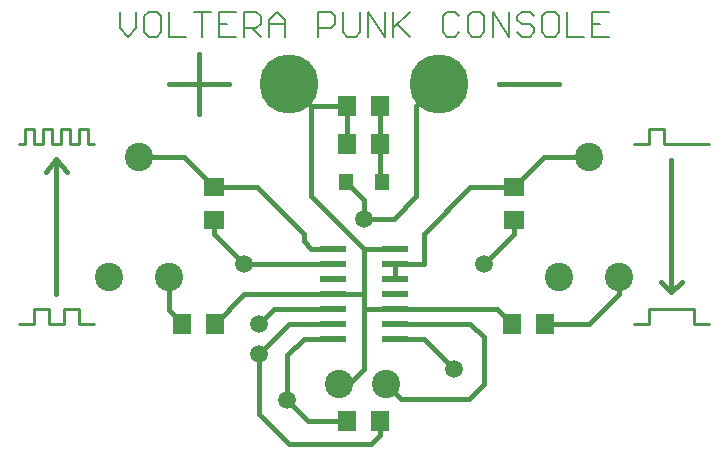
<source format=gtl>
G75*
%MOIN*%
%OFA0B0*%
%FSLAX24Y24*%
%IPPOS*%
%LPD*%
%AMOC8*
5,1,8,0,0,1.08239X$1,22.5*
%
%ADD10C,0.0070*%
%ADD11R,0.0866X0.0236*%
%ADD12C,0.0945*%
%ADD13R,0.0472X0.0551*%
%ADD14C,0.1969*%
%ADD15R,0.0709X0.0630*%
%ADD16R,0.0630X0.0709*%
%ADD17C,0.0160*%
%ADD18C,0.0591*%
%ADD19C,0.0100*%
D10*
X003785Y013797D02*
X004062Y014074D01*
X004062Y014627D01*
X004337Y014489D02*
X004337Y013935D01*
X004476Y013797D01*
X004753Y013797D01*
X004891Y013935D01*
X004891Y014489D01*
X004753Y014627D01*
X004476Y014627D01*
X004337Y014489D01*
X003508Y014627D02*
X003508Y014074D01*
X003785Y013797D01*
X005166Y013797D02*
X005166Y014627D01*
X005995Y014627D02*
X006548Y014627D01*
X006823Y014627D02*
X006823Y013797D01*
X007377Y013797D01*
X007652Y013797D02*
X007652Y014627D01*
X008067Y014627D01*
X008206Y014489D01*
X008206Y014212D01*
X008067Y014074D01*
X007652Y014074D01*
X007929Y014074D02*
X008206Y013797D01*
X008481Y013797D02*
X008481Y014351D01*
X008758Y014627D01*
X009035Y014351D01*
X009035Y013797D01*
X009035Y014212D02*
X008481Y014212D01*
X007377Y014627D02*
X006823Y014627D01*
X006823Y014212D02*
X007100Y014212D01*
X006271Y013797D02*
X006271Y014627D01*
X005720Y013797D02*
X005166Y013797D01*
X010138Y013797D02*
X010138Y014627D01*
X010553Y014627D01*
X010692Y014489D01*
X010692Y014212D01*
X010553Y014074D01*
X010138Y014074D01*
X010967Y013935D02*
X010967Y014627D01*
X011521Y014627D02*
X011521Y013935D01*
X011382Y013797D01*
X011105Y013797D01*
X010967Y013935D01*
X011796Y013797D02*
X011796Y014627D01*
X012349Y013797D01*
X012349Y014627D01*
X012624Y014627D02*
X012624Y013797D01*
X012624Y014074D02*
X013178Y014627D01*
X012763Y014212D02*
X013178Y013797D01*
X014282Y013935D02*
X014282Y014489D01*
X014420Y014627D01*
X014697Y014627D01*
X014835Y014489D01*
X015110Y014489D02*
X015110Y013935D01*
X015249Y013797D01*
X015526Y013797D01*
X015664Y013935D01*
X015664Y014489D01*
X015526Y014627D01*
X015249Y014627D01*
X015110Y014489D01*
X014835Y013935D02*
X014697Y013797D01*
X014420Y013797D01*
X014282Y013935D01*
X015939Y013797D02*
X015939Y014627D01*
X016493Y013797D01*
X016493Y014627D01*
X016768Y014489D02*
X016768Y014351D01*
X016906Y014212D01*
X017183Y014212D01*
X017322Y014074D01*
X017322Y013935D01*
X017183Y013797D01*
X016906Y013797D01*
X016768Y013935D01*
X016768Y014489D02*
X016906Y014627D01*
X017183Y014627D01*
X017322Y014489D01*
X017597Y014489D02*
X017597Y013935D01*
X017735Y013797D01*
X018012Y013797D01*
X018150Y013935D01*
X018150Y014489D01*
X018012Y014627D01*
X017735Y014627D01*
X017597Y014489D01*
X018425Y014627D02*
X018425Y013797D01*
X018979Y013797D01*
X019254Y013797D02*
X019808Y013797D01*
X019531Y014212D02*
X019254Y014212D01*
X019254Y014627D02*
X019254Y013797D01*
X019254Y014627D02*
X019808Y014627D01*
D11*
X012674Y006727D03*
X012674Y006227D03*
X012674Y005727D03*
X012674Y005227D03*
X012674Y004727D03*
X012674Y004227D03*
X012674Y003727D03*
X010626Y003727D03*
X010626Y004227D03*
X010626Y004727D03*
X010626Y005227D03*
X010626Y005727D03*
X010626Y006227D03*
X010626Y006727D03*
D12*
X005150Y005782D03*
X003150Y005782D03*
X004150Y009782D03*
X010823Y002233D03*
X012398Y002233D03*
X018150Y005782D03*
X020150Y005782D03*
X019150Y009782D03*
D13*
X012241Y008941D03*
X011059Y008941D03*
D14*
X009150Y012227D03*
X014150Y012227D03*
D15*
X016650Y008778D03*
X016650Y007675D03*
X006650Y007675D03*
X006650Y008778D03*
D16*
X011099Y010227D03*
X012201Y010227D03*
X012201Y011477D03*
X011099Y011477D03*
X006701Y004227D03*
X005599Y004227D03*
X011099Y000977D03*
X012201Y000977D03*
X016599Y004227D03*
X017701Y004227D03*
D17*
X019150Y004227D01*
X020150Y005227D01*
X020150Y005782D01*
X021550Y005627D02*
X021900Y005277D01*
X022250Y005627D01*
X021900Y005277D02*
X021900Y009677D01*
X019150Y009782D02*
X017654Y009782D01*
X016650Y008778D01*
X015201Y008778D01*
X013650Y007227D01*
X013650Y006227D01*
X012674Y006227D01*
X012674Y005727D01*
X012650Y006227D02*
X012674Y006227D01*
X012674Y006727D02*
X011650Y006727D01*
X009900Y008477D01*
X009900Y011477D01*
X009150Y012227D01*
X009900Y011477D02*
X011099Y011477D01*
X011099Y010227D01*
X012201Y010227D02*
X012201Y008981D01*
X012241Y008941D01*
X011650Y008351D02*
X011650Y007727D01*
X012650Y007727D01*
X013400Y008477D01*
X013400Y011477D01*
X014150Y012227D01*
X012201Y011477D02*
X012201Y010227D01*
X011059Y008941D02*
X011650Y008351D01*
X009650Y007227D02*
X009650Y006977D01*
X009900Y006727D01*
X010626Y006727D01*
X010650Y006750D01*
X010626Y006227D02*
X007650Y006227D01*
X006650Y007227D01*
X006650Y007675D01*
X006650Y008778D02*
X005646Y009782D01*
X004150Y009782D01*
X001750Y009277D02*
X001400Y009727D01*
X001050Y009277D01*
X001400Y009727D02*
X001400Y005227D01*
X005150Y004675D02*
X005150Y005782D01*
X005150Y004675D02*
X005599Y004227D01*
X006701Y004227D02*
X007150Y004675D01*
X007150Y004727D01*
X007650Y005227D01*
X010626Y005227D01*
X011650Y005227D01*
X011650Y006727D01*
X009650Y007227D02*
X008099Y008778D01*
X006650Y008778D01*
X006150Y011227D02*
X006150Y013227D01*
X007150Y012227D02*
X005150Y012227D01*
X007650Y006227D02*
X008099Y006227D01*
X008650Y004727D02*
X008150Y004227D01*
X008650Y004727D02*
X010626Y004727D01*
X010626Y004227D02*
X009150Y004227D01*
X008150Y003227D01*
X008150Y001227D01*
X009150Y000227D01*
X011900Y000227D01*
X012201Y000528D01*
X012201Y000977D01*
X012904Y001727D02*
X015150Y001727D01*
X015650Y002227D01*
X015650Y003778D01*
X015201Y004227D01*
X012674Y004227D01*
X012674Y004727D02*
X016099Y004727D01*
X016599Y004227D01*
X014650Y002727D02*
X013650Y003727D01*
X012674Y003727D01*
X011650Y002727D02*
X011650Y004727D01*
X011650Y005227D01*
X011650Y004727D02*
X012674Y004727D01*
X010650Y003703D02*
X010626Y003727D01*
X009650Y003727D01*
X009099Y003175D01*
X009099Y001675D01*
X009798Y000977D01*
X011099Y000977D01*
X011156Y002233D02*
X010823Y002233D01*
X011156Y002233D02*
X011650Y002727D01*
X012398Y002233D02*
X012904Y001727D01*
X015650Y006227D02*
X016650Y007227D01*
X016650Y007675D01*
X016150Y012227D02*
X018150Y012227D01*
D18*
X011650Y007727D03*
X015650Y006227D03*
X014650Y002727D03*
X009099Y001675D03*
X008150Y003227D03*
X008150Y004227D03*
X007650Y006227D03*
D19*
X000650Y004227D02*
X000150Y004227D01*
X000650Y004227D02*
X000650Y004727D01*
X001150Y004727D01*
X001150Y004227D01*
X001650Y004227D01*
X001650Y004727D01*
X002150Y004727D01*
X002150Y004227D01*
X002650Y004227D01*
X002650Y010227D02*
X002450Y010227D01*
X002450Y010727D01*
X002150Y010727D01*
X002150Y010227D01*
X001850Y010227D01*
X001850Y010727D01*
X001550Y010727D01*
X001550Y010227D01*
X001250Y010227D01*
X001250Y010727D01*
X000950Y010727D01*
X000950Y010227D01*
X000650Y010227D01*
X000650Y010727D01*
X000350Y010727D01*
X000350Y010227D01*
X000150Y010227D01*
X020650Y010227D02*
X021150Y010227D01*
X021150Y010727D01*
X021650Y010727D01*
X021650Y010227D01*
X023150Y010227D01*
X022650Y004727D02*
X021150Y004727D01*
X021150Y004227D01*
X020650Y004227D01*
X022650Y004227D02*
X023150Y004227D01*
X022650Y004227D02*
X022650Y004727D01*
M02*

</source>
